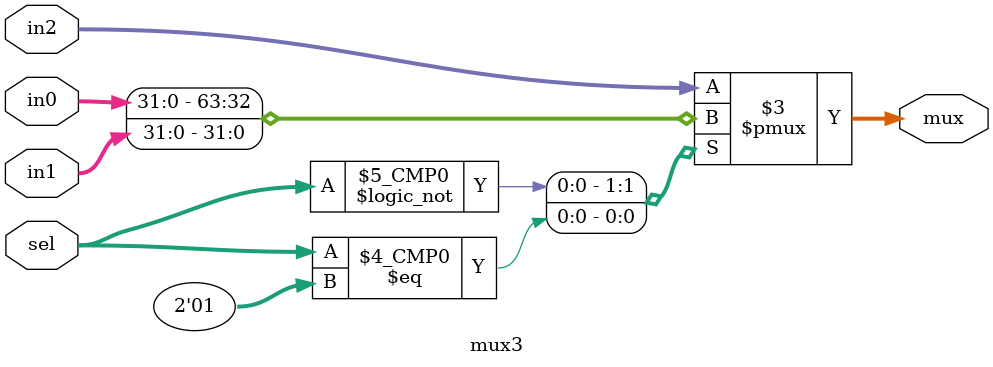
<source format=v>
module main
(
	input clk,
    input rst,
	input run, 
	input step,
	input valid,
	input [4:0] in,
	output [1:0] check,  //led6-5:查看类型
    output [4:0] out0,    //led4-0
    output [2:0] an,     //8个数码管
    output [3:0] seg,
    output ready        
);

wire clk_cpu;
  wire [7:0] io_addr;
  wire [31:0] io_dout;
  wire io_we;
  wire [31:0] io_din;

  //Debug_BUS
  wire [7:0] m_rf_addr;
  wire [31:0] rf_data;
  wire [31:0] m_data;
  wire [31:0] pc;

pdu_1cycle pdu(
		.clk(clk),
		.rst(rst),

  //选择CPU工作方式;
		.run(run), 
		.step(step),
		.clk_cpu(clk_cpu),

  //输入switch的端口
		.valid(valid),
		.in(in),

  //输出led和seg的端口 
		.check(check),  //led6-5:查看类型
		.out0(out0),    //led4-0
		.an(an),     //8个数码管
		.seg(seg),
		.ready(ready),          //led7

  //IO_BUS
		.io_addr(io_addr),
		.io_dout(io_dout),
		.io_we(io_we),
		.io_din(io_din),

  //Debug_BUS
		.m_rf_addr(m_rf_addr),
		.rf_data(rf_data),
		.m_data(m_data),
		.pc(pc)
);

cpu cpu(
  .clk(clk_cpu), 
  .rst(rst),

  //IO_BUS
  .io_addr(io_addr),      //led和seg的地址
  .io_dout(io_dout),     //输出led和seg的数据
  .io_we(io_we),                 //输出led和seg数据时的使能信号
  .io_din(io_din),          //来自sw的输入数据

  //Debug_BUS
  .m_rf_addr(m_rf_addr),   //存储器(MEM)或寄存器堆(RF)的调试读口地址
  .rf_data(rf_data),    //从RF读取的数据
  .m_data(m_data),    //从MEM读取的数据
  .pc(pc)            //PC的内容
);


endmodule




module mux2
(
	input [31:0]in0,
	input [31:0] in1,
	input sel,
	output [31:0] mux
);

assign mux=sel==0 ? in0: in1;

endmodule





module mux3
(
	input [31:0] in0,
	input [31:0] in1,
	input [31:0] in2,
	input [1:0] sel,
	output reg [31:0] mux
);

always@(*)
begin
	case(sel)
		2'b00:mux=in0;
		2'b01:mux=in1;
		default:mux=in2;
	endcase
end

endmodule







</source>
